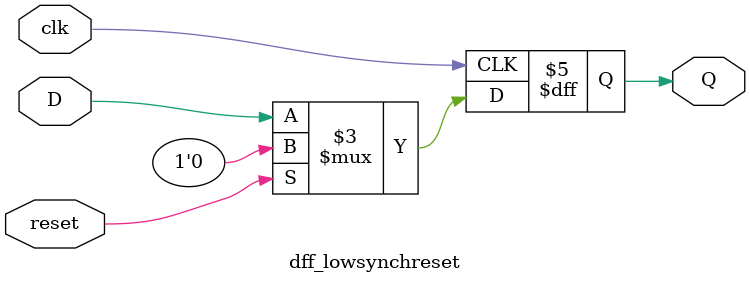
<source format=v>
module dff_lowsynchreset(input D, input clk, input reset, output reg Q);
  always @(posedge clk) begin
    if (reset)
      Q <= 1'b0;
    else
  	  Q <= D;
  end
endmodule
</source>
